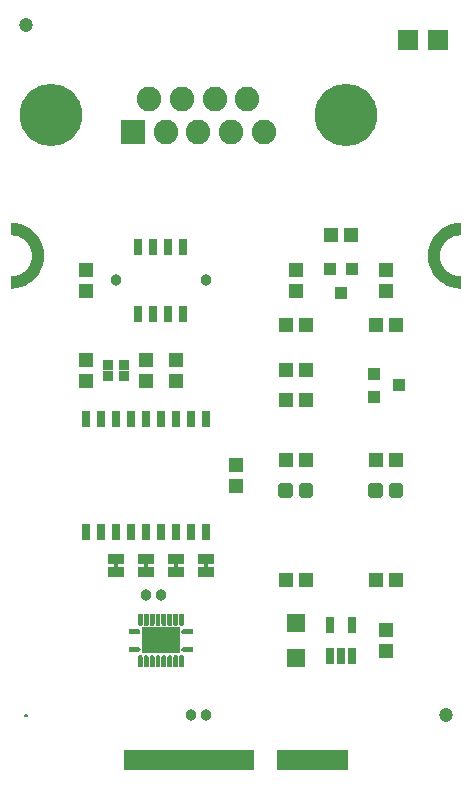
<source format=gts>
G04 EAGLE Gerber RS-274X export*
G75*
%MOMM*%
%FSLAX34Y34*%
%LPD*%
%INSoldermask Top*%
%IPPOS*%
%AMOC8*
5,1,8,0,0,1.08239X$1,22.5*%
G01*
%ADD10R,1.003200X1.103200*%
%ADD11R,0.553200X1.653200*%
%ADD12C,0.812800*%
%ADD13R,1.503200X1.503200*%
%ADD14R,0.753200X1.403200*%
%ADD15R,2.082800X2.082800*%
%ADD16C,2.082800*%
%ADD17C,5.283200*%
%ADD18R,1.727200X1.727200*%
%ADD19R,3.253200X2.253200*%
%ADD20R,0.803200X1.403200*%
%ADD21R,1.203200X1.303200*%
%ADD22R,1.303200X1.203200*%
%ADD23R,0.953200X0.903200*%
%ADD24R,1.473200X0.863600*%
%ADD25C,0.965200*%
%ADD26C,0.505344*%
%ADD27R,1.103200X1.003200*%
%ADD28C,1.203200*%
%ADD29C,0.152400*%

G36*
X4431Y412531D02*
X4431Y412531D01*
X4441Y412535D01*
X4467Y412536D01*
X8301Y413370D01*
X8309Y413375D01*
X8335Y413380D01*
X12011Y414752D01*
X12019Y414757D01*
X12043Y414766D01*
X15487Y416647D01*
X15494Y416654D01*
X15517Y416666D01*
X18658Y419017D01*
X18664Y419025D01*
X18685Y419041D01*
X21459Y421815D01*
X21464Y421824D01*
X21483Y421842D01*
X23834Y424983D01*
X23837Y424992D01*
X23853Y425013D01*
X25734Y428457D01*
X25736Y428466D01*
X25748Y428489D01*
X27120Y432165D01*
X27120Y432175D01*
X27130Y432199D01*
X27964Y436033D01*
X27963Y436043D01*
X27969Y436069D01*
X28249Y439982D01*
X28247Y439992D01*
X28249Y440018D01*
X27969Y443931D01*
X27967Y443936D01*
X27968Y443939D01*
X27965Y443945D01*
X27964Y443967D01*
X27130Y447801D01*
X27125Y447809D01*
X27120Y447835D01*
X25748Y451511D01*
X25743Y451519D01*
X25734Y451543D01*
X23853Y454987D01*
X23846Y454994D01*
X23834Y455017D01*
X21483Y458158D01*
X21475Y458164D01*
X21459Y458185D01*
X18685Y460959D01*
X18676Y460964D01*
X18658Y460983D01*
X15517Y463334D01*
X15508Y463337D01*
X15487Y463353D01*
X12043Y465234D01*
X12034Y465236D01*
X12011Y465248D01*
X8335Y466620D01*
X8325Y466620D01*
X8301Y466630D01*
X4467Y467464D01*
X4457Y467463D01*
X4431Y467469D01*
X518Y467749D01*
X492Y467743D01*
X467Y467747D01*
X425Y467729D01*
X381Y467719D01*
X363Y467701D01*
X339Y467690D01*
X314Y467652D01*
X282Y467621D01*
X276Y467595D01*
X262Y467574D01*
X251Y467500D01*
X251Y457500D01*
X253Y457493D01*
X251Y457486D01*
X272Y457427D01*
X290Y457366D01*
X295Y457361D01*
X298Y457354D01*
X348Y457316D01*
X395Y457274D01*
X402Y457273D01*
X408Y457268D01*
X480Y457252D01*
X3198Y457038D01*
X5831Y456406D01*
X8331Y455370D01*
X10639Y453956D01*
X12698Y452198D01*
X14456Y450139D01*
X15870Y447831D01*
X16906Y445331D01*
X17538Y442698D01*
X17750Y440000D01*
X17538Y437302D01*
X16906Y434669D01*
X15870Y432169D01*
X14456Y429861D01*
X12698Y427802D01*
X10639Y426044D01*
X8331Y424630D01*
X5831Y423594D01*
X3198Y422962D01*
X480Y422748D01*
X474Y422746D01*
X467Y422747D01*
X409Y422721D01*
X350Y422699D01*
X345Y422693D01*
X339Y422690D01*
X304Y422637D01*
X266Y422587D01*
X266Y422580D01*
X262Y422574D01*
X251Y422500D01*
X251Y412500D01*
X258Y412475D01*
X256Y412449D01*
X277Y412409D01*
X290Y412366D01*
X310Y412349D01*
X322Y412326D01*
X361Y412304D01*
X395Y412274D01*
X421Y412270D01*
X444Y412257D01*
X518Y412251D01*
X4431Y412531D01*
G37*
G36*
X380508Y412257D02*
X380508Y412257D01*
X380533Y412253D01*
X380575Y412271D01*
X380619Y412281D01*
X380637Y412299D01*
X380661Y412310D01*
X380686Y412348D01*
X380718Y412379D01*
X380724Y412405D01*
X380738Y412427D01*
X380749Y412500D01*
X380749Y422500D01*
X380747Y422507D01*
X380749Y422514D01*
X380728Y422573D01*
X380710Y422634D01*
X380705Y422639D01*
X380702Y422646D01*
X380652Y422685D01*
X380605Y422726D01*
X380598Y422727D01*
X380592Y422732D01*
X380520Y422748D01*
X377802Y422962D01*
X375169Y423594D01*
X372669Y424630D01*
X370361Y426044D01*
X368302Y427802D01*
X366544Y429861D01*
X365130Y432169D01*
X364094Y434669D01*
X363462Y437302D01*
X363250Y440000D01*
X363462Y442698D01*
X364094Y445331D01*
X365130Y447831D01*
X366544Y450139D01*
X368302Y452198D01*
X370361Y453956D01*
X372669Y455370D01*
X375169Y456406D01*
X377802Y457038D01*
X380520Y457252D01*
X380526Y457254D01*
X380533Y457253D01*
X380591Y457279D01*
X380650Y457301D01*
X380655Y457307D01*
X380661Y457310D01*
X380696Y457363D01*
X380734Y457413D01*
X380734Y457421D01*
X380738Y457427D01*
X380749Y457500D01*
X380749Y467500D01*
X380742Y467525D01*
X380744Y467551D01*
X380723Y467591D01*
X380710Y467634D01*
X380690Y467651D01*
X380678Y467674D01*
X380639Y467696D01*
X380605Y467726D01*
X380579Y467730D01*
X380556Y467743D01*
X380482Y467749D01*
X376569Y467469D01*
X376559Y467465D01*
X376533Y467464D01*
X372699Y466630D01*
X372691Y466625D01*
X372665Y466620D01*
X368989Y465248D01*
X368981Y465243D01*
X368957Y465234D01*
X365513Y463353D01*
X365506Y463346D01*
X365483Y463334D01*
X362342Y460983D01*
X362336Y460975D01*
X362315Y460959D01*
X359541Y458185D01*
X359536Y458176D01*
X359517Y458158D01*
X357166Y455017D01*
X357163Y455008D01*
X357147Y454987D01*
X355266Y451543D01*
X355264Y451534D01*
X355252Y451511D01*
X353880Y447835D01*
X353880Y447825D01*
X353870Y447801D01*
X353036Y443967D01*
X353037Y443957D01*
X353031Y443931D01*
X352751Y440018D01*
X352753Y440008D01*
X352751Y439982D01*
X353031Y436069D01*
X353035Y436059D01*
X353036Y436033D01*
X353870Y432199D01*
X353875Y432191D01*
X353880Y432165D01*
X355252Y428489D01*
X355257Y428481D01*
X355266Y428457D01*
X357147Y425013D01*
X357154Y425006D01*
X357166Y424983D01*
X359517Y421842D01*
X359525Y421836D01*
X359541Y421815D01*
X362315Y419041D01*
X362324Y419036D01*
X362342Y419017D01*
X365483Y416666D01*
X365492Y416663D01*
X365513Y416647D01*
X368957Y414766D01*
X368966Y414764D01*
X368989Y414752D01*
X372665Y413380D01*
X372675Y413380D01*
X372699Y413370D01*
X376533Y412536D01*
X376543Y412537D01*
X376569Y412531D01*
X380482Y412251D01*
X380508Y412257D01*
G37*
G36*
X110044Y126665D02*
X110044Y126665D01*
X110051Y126672D01*
X110056Y126669D01*
X110559Y126870D01*
X110564Y126878D01*
X110570Y126876D01*
X111004Y127201D01*
X111007Y127210D01*
X111013Y127210D01*
X111348Y127635D01*
X111348Y127645D01*
X111355Y127646D01*
X111568Y128144D01*
X111566Y128154D01*
X111572Y128157D01*
X111649Y128693D01*
X111646Y128698D01*
X111649Y128700D01*
X111599Y136450D01*
X111563Y136498D01*
X111556Y136492D01*
X111550Y136499D01*
X107400Y136499D01*
X107353Y136463D01*
X107358Y136456D01*
X107351Y136450D01*
X107351Y128700D01*
X107354Y128696D01*
X107351Y128693D01*
X107428Y128157D01*
X107435Y128150D01*
X107432Y128144D01*
X107645Y127646D01*
X107653Y127642D01*
X107652Y127635D01*
X107987Y127210D01*
X107996Y127207D01*
X107996Y127201D01*
X108430Y126876D01*
X108439Y126876D01*
X108441Y126870D01*
X108944Y126669D01*
X108953Y126671D01*
X108956Y126665D01*
X109494Y126601D01*
X109502Y126605D01*
X109506Y126601D01*
X110044Y126665D01*
G37*
G36*
X114502Y126606D02*
X114502Y126606D01*
X114506Y126601D01*
X115037Y126671D01*
X115044Y126678D01*
X115049Y126674D01*
X115544Y126879D01*
X115549Y126887D01*
X115555Y126886D01*
X115980Y127211D01*
X115982Y127221D01*
X115989Y127220D01*
X116314Y127645D01*
X116314Y127655D01*
X116321Y127656D01*
X116526Y128151D01*
X116523Y128160D01*
X116525Y128160D01*
X116529Y128163D01*
X116599Y128694D01*
X116596Y128698D01*
X116599Y128700D01*
X116599Y136450D01*
X116563Y136497D01*
X116556Y136492D01*
X116550Y136499D01*
X112450Y136499D01*
X112403Y136463D01*
X112408Y136456D01*
X112401Y136450D01*
X112351Y128700D01*
X112354Y128696D01*
X112351Y128693D01*
X112428Y128157D01*
X112435Y128150D01*
X112432Y128144D01*
X112645Y127646D01*
X112653Y127642D01*
X112652Y127635D01*
X112987Y127210D01*
X112996Y127207D01*
X112996Y127201D01*
X113430Y126876D01*
X113439Y126876D01*
X113441Y126870D01*
X113944Y126669D01*
X113953Y126671D01*
X113956Y126665D01*
X114494Y126601D01*
X114502Y126606D01*
G37*
G36*
X121597Y92137D02*
X121597Y92137D01*
X121592Y92144D01*
X121599Y92150D01*
X121599Y99950D01*
X121596Y99954D01*
X121599Y99957D01*
X121523Y100480D01*
X121517Y100487D01*
X121520Y100493D01*
X121311Y100979D01*
X121303Y100983D01*
X121305Y100990D01*
X120978Y101405D01*
X120969Y101407D01*
X120969Y101414D01*
X120545Y101731D01*
X120536Y101731D01*
X120534Y101737D01*
X120043Y101933D01*
X120034Y101931D01*
X120031Y101936D01*
X119506Y101999D01*
X119498Y101994D01*
X119494Y101999D01*
X118963Y101929D01*
X118956Y101922D01*
X118951Y101926D01*
X118456Y101721D01*
X118451Y101713D01*
X118445Y101714D01*
X118020Y101389D01*
X118018Y101380D01*
X118011Y101380D01*
X117686Y100955D01*
X117686Y100946D01*
X117679Y100944D01*
X117474Y100449D01*
X117477Y100441D01*
X117472Y100437D01*
X117471Y100437D01*
X117401Y99906D01*
X117404Y99902D01*
X117401Y99900D01*
X117401Y92150D01*
X117437Y92103D01*
X117444Y92108D01*
X117450Y92101D01*
X121550Y92101D01*
X121597Y92137D01*
G37*
G36*
X116597Y92137D02*
X116597Y92137D01*
X116592Y92144D01*
X116599Y92150D01*
X116599Y99900D01*
X116596Y99904D01*
X116599Y99906D01*
X116529Y100437D01*
X116522Y100444D01*
X116526Y100449D01*
X116321Y100944D01*
X116313Y100949D01*
X116314Y100955D01*
X115989Y101380D01*
X115980Y101382D01*
X115980Y101389D01*
X115555Y101714D01*
X115546Y101714D01*
X115544Y101721D01*
X115049Y101926D01*
X115040Y101923D01*
X115037Y101929D01*
X114506Y101999D01*
X114498Y101994D01*
X114494Y101999D01*
X113963Y101929D01*
X113956Y101922D01*
X113951Y101926D01*
X113456Y101721D01*
X113451Y101713D01*
X113445Y101714D01*
X113020Y101389D01*
X113018Y101380D01*
X113011Y101380D01*
X112686Y100955D01*
X112686Y100946D01*
X112679Y100944D01*
X112474Y100449D01*
X112477Y100441D01*
X112472Y100437D01*
X112471Y100437D01*
X112401Y99906D01*
X112404Y99902D01*
X112401Y99900D01*
X112401Y92150D01*
X112437Y92103D01*
X112444Y92108D01*
X112450Y92101D01*
X116550Y92101D01*
X116597Y92137D01*
G37*
G36*
X126597Y92137D02*
X126597Y92137D01*
X126592Y92144D01*
X126599Y92150D01*
X126599Y99900D01*
X126596Y99904D01*
X126599Y99906D01*
X126529Y100437D01*
X126522Y100444D01*
X126526Y100449D01*
X126321Y100944D01*
X126313Y100949D01*
X126314Y100955D01*
X125989Y101380D01*
X125980Y101382D01*
X125980Y101389D01*
X125555Y101714D01*
X125546Y101714D01*
X125544Y101721D01*
X125049Y101926D01*
X125040Y101923D01*
X125037Y101929D01*
X124506Y101999D01*
X124498Y101994D01*
X124494Y101999D01*
X123963Y101929D01*
X123956Y101922D01*
X123951Y101926D01*
X123456Y101721D01*
X123451Y101713D01*
X123445Y101714D01*
X123020Y101389D01*
X123018Y101380D01*
X123011Y101380D01*
X122686Y100955D01*
X122686Y100946D01*
X122679Y100944D01*
X122474Y100449D01*
X122477Y100441D01*
X122472Y100437D01*
X122471Y100437D01*
X122401Y99906D01*
X122404Y99902D01*
X122401Y99900D01*
X122401Y92150D01*
X122437Y92103D01*
X122444Y92108D01*
X122450Y92101D01*
X126550Y92101D01*
X126597Y92137D01*
G37*
G36*
X131597Y92137D02*
X131597Y92137D01*
X131592Y92144D01*
X131599Y92150D01*
X131599Y99900D01*
X131596Y99904D01*
X131599Y99906D01*
X131529Y100437D01*
X131522Y100444D01*
X131526Y100449D01*
X131321Y100944D01*
X131313Y100949D01*
X131314Y100955D01*
X130989Y101380D01*
X130980Y101382D01*
X130980Y101389D01*
X130555Y101714D01*
X130546Y101714D01*
X130544Y101721D01*
X130049Y101926D01*
X130040Y101923D01*
X130037Y101929D01*
X129506Y101999D01*
X129498Y101994D01*
X129494Y101999D01*
X128963Y101929D01*
X128956Y101922D01*
X128951Y101926D01*
X128456Y101721D01*
X128451Y101713D01*
X128445Y101714D01*
X128020Y101389D01*
X128018Y101380D01*
X128011Y101380D01*
X127686Y100955D01*
X127686Y100946D01*
X127679Y100944D01*
X127474Y100449D01*
X127477Y100441D01*
X127472Y100437D01*
X127471Y100437D01*
X127401Y99906D01*
X127404Y99902D01*
X127401Y99900D01*
X127401Y92150D01*
X127437Y92103D01*
X127444Y92108D01*
X127450Y92101D01*
X131550Y92101D01*
X131597Y92137D01*
G37*
G36*
X136597Y92137D02*
X136597Y92137D01*
X136592Y92144D01*
X136599Y92150D01*
X136599Y99900D01*
X136596Y99904D01*
X136599Y99906D01*
X136529Y100437D01*
X136522Y100444D01*
X136526Y100449D01*
X136321Y100944D01*
X136313Y100949D01*
X136314Y100955D01*
X135989Y101380D01*
X135980Y101382D01*
X135980Y101389D01*
X135555Y101714D01*
X135546Y101714D01*
X135544Y101721D01*
X135049Y101926D01*
X135040Y101923D01*
X135037Y101929D01*
X134506Y101999D01*
X134498Y101994D01*
X134494Y101999D01*
X133963Y101929D01*
X133956Y101922D01*
X133951Y101926D01*
X133456Y101721D01*
X133451Y101713D01*
X133445Y101714D01*
X133020Y101389D01*
X133018Y101380D01*
X133011Y101380D01*
X132686Y100955D01*
X132686Y100946D01*
X132679Y100944D01*
X132474Y100449D01*
X132477Y100441D01*
X132472Y100437D01*
X132471Y100437D01*
X132401Y99906D01*
X132404Y99902D01*
X132401Y99900D01*
X132401Y92150D01*
X132437Y92103D01*
X132444Y92108D01*
X132450Y92101D01*
X136550Y92101D01*
X136597Y92137D01*
G37*
G36*
X146597Y92137D02*
X146597Y92137D01*
X146592Y92144D01*
X146599Y92150D01*
X146599Y99900D01*
X146596Y99904D01*
X146599Y99906D01*
X146529Y100437D01*
X146522Y100444D01*
X146526Y100449D01*
X146321Y100944D01*
X146313Y100949D01*
X146314Y100955D01*
X145989Y101380D01*
X145980Y101382D01*
X145980Y101389D01*
X145555Y101714D01*
X145546Y101714D01*
X145544Y101721D01*
X145049Y101926D01*
X145040Y101923D01*
X145037Y101929D01*
X144506Y101999D01*
X144498Y101994D01*
X144494Y101999D01*
X143963Y101929D01*
X143956Y101922D01*
X143951Y101926D01*
X143456Y101721D01*
X143451Y101713D01*
X143445Y101714D01*
X143020Y101389D01*
X143018Y101380D01*
X143011Y101380D01*
X142686Y100955D01*
X142686Y100946D01*
X142679Y100944D01*
X142474Y100449D01*
X142477Y100441D01*
X142472Y100437D01*
X142471Y100437D01*
X142401Y99906D01*
X142404Y99902D01*
X142401Y99900D01*
X142401Y92150D01*
X142437Y92103D01*
X142444Y92108D01*
X142450Y92101D01*
X146550Y92101D01*
X146597Y92137D01*
G37*
G36*
X141597Y92137D02*
X141597Y92137D01*
X141592Y92144D01*
X141599Y92150D01*
X141599Y99900D01*
X141596Y99904D01*
X141599Y99906D01*
X141529Y100437D01*
X141522Y100444D01*
X141526Y100449D01*
X141321Y100944D01*
X141313Y100949D01*
X141314Y100955D01*
X140989Y101380D01*
X140980Y101382D01*
X140980Y101389D01*
X140555Y101714D01*
X140546Y101714D01*
X140544Y101721D01*
X140049Y101926D01*
X140040Y101923D01*
X140037Y101929D01*
X139506Y101999D01*
X139498Y101994D01*
X139494Y101999D01*
X138963Y101929D01*
X138956Y101922D01*
X138951Y101926D01*
X138456Y101721D01*
X138451Y101713D01*
X138445Y101714D01*
X138020Y101389D01*
X138018Y101380D01*
X138011Y101380D01*
X137686Y100955D01*
X137686Y100946D01*
X137679Y100944D01*
X137474Y100449D01*
X137477Y100441D01*
X137472Y100437D01*
X137471Y100437D01*
X137401Y99906D01*
X137404Y99902D01*
X137401Y99900D01*
X137401Y92150D01*
X137437Y92103D01*
X137444Y92108D01*
X137450Y92101D01*
X141550Y92101D01*
X141597Y92137D01*
G37*
G36*
X107604Y104704D02*
X107604Y104704D01*
X107606Y104701D01*
X108137Y104771D01*
X108144Y104778D01*
X108149Y104774D01*
X108644Y104979D01*
X108649Y104987D01*
X108655Y104986D01*
X109080Y105311D01*
X109082Y105321D01*
X109089Y105320D01*
X109414Y105745D01*
X109414Y105755D01*
X109421Y105756D01*
X109626Y106251D01*
X109623Y106259D01*
X109625Y106261D01*
X109629Y106263D01*
X109699Y106794D01*
X109694Y106802D01*
X109699Y106806D01*
X109629Y107337D01*
X109622Y107344D01*
X109626Y107349D01*
X109421Y107844D01*
X109413Y107849D01*
X109414Y107855D01*
X109089Y108280D01*
X109080Y108282D01*
X109080Y108289D01*
X108655Y108614D01*
X108646Y108614D01*
X108644Y108621D01*
X108149Y108826D01*
X108140Y108823D01*
X108137Y108829D01*
X107606Y108899D01*
X107602Y108896D01*
X107600Y108899D01*
X99850Y108899D01*
X99803Y108863D01*
X99808Y108856D01*
X99801Y108850D01*
X99801Y104750D01*
X99837Y104703D01*
X99844Y104708D01*
X99850Y104701D01*
X107600Y104701D01*
X107604Y104704D01*
G37*
G36*
X135037Y126671D02*
X135037Y126671D01*
X135044Y126678D01*
X135049Y126674D01*
X135544Y126879D01*
X135549Y126887D01*
X135555Y126886D01*
X135980Y127211D01*
X135982Y127221D01*
X135989Y127220D01*
X136314Y127645D01*
X136314Y127655D01*
X136321Y127656D01*
X136526Y128151D01*
X136523Y128160D01*
X136525Y128160D01*
X136529Y128163D01*
X136599Y128694D01*
X136596Y128698D01*
X136599Y128700D01*
X136599Y136450D01*
X136563Y136497D01*
X136556Y136492D01*
X136550Y136499D01*
X132450Y136499D01*
X132403Y136463D01*
X132408Y136456D01*
X132401Y136450D01*
X132401Y128700D01*
X132404Y128696D01*
X132401Y128694D01*
X132471Y128163D01*
X132478Y128156D01*
X132474Y128151D01*
X132679Y127656D01*
X132687Y127651D01*
X132686Y127645D01*
X133011Y127220D01*
X133021Y127218D01*
X133020Y127211D01*
X133445Y126886D01*
X133455Y126886D01*
X133456Y126879D01*
X133951Y126674D01*
X133960Y126677D01*
X133963Y126671D01*
X134494Y126601D01*
X134502Y126606D01*
X134506Y126601D01*
X135037Y126671D01*
G37*
G36*
X140037Y126671D02*
X140037Y126671D01*
X140044Y126678D01*
X140049Y126674D01*
X140544Y126879D01*
X140549Y126887D01*
X140555Y126886D01*
X140980Y127211D01*
X140982Y127221D01*
X140989Y127220D01*
X141314Y127645D01*
X141314Y127655D01*
X141321Y127656D01*
X141526Y128151D01*
X141523Y128160D01*
X141525Y128160D01*
X141529Y128163D01*
X141599Y128694D01*
X141596Y128698D01*
X141599Y128700D01*
X141599Y136450D01*
X141563Y136497D01*
X141556Y136492D01*
X141550Y136499D01*
X137450Y136499D01*
X137403Y136463D01*
X137408Y136456D01*
X137401Y136450D01*
X137401Y128700D01*
X137404Y128696D01*
X137401Y128694D01*
X137471Y128163D01*
X137478Y128156D01*
X137474Y128151D01*
X137679Y127656D01*
X137687Y127651D01*
X137686Y127645D01*
X138011Y127220D01*
X138021Y127218D01*
X138020Y127211D01*
X138445Y126886D01*
X138455Y126886D01*
X138456Y126879D01*
X138951Y126674D01*
X138960Y126677D01*
X138963Y126671D01*
X139494Y126601D01*
X139502Y126606D01*
X139506Y126601D01*
X140037Y126671D01*
G37*
G36*
X125037Y126671D02*
X125037Y126671D01*
X125044Y126678D01*
X125049Y126674D01*
X125544Y126879D01*
X125549Y126887D01*
X125555Y126886D01*
X125980Y127211D01*
X125982Y127221D01*
X125989Y127220D01*
X126314Y127645D01*
X126314Y127655D01*
X126321Y127656D01*
X126526Y128151D01*
X126523Y128160D01*
X126525Y128160D01*
X126529Y128163D01*
X126599Y128694D01*
X126596Y128698D01*
X126599Y128700D01*
X126599Y136450D01*
X126563Y136497D01*
X126556Y136492D01*
X126550Y136499D01*
X122450Y136499D01*
X122403Y136463D01*
X122408Y136456D01*
X122401Y136450D01*
X122401Y128700D01*
X122404Y128696D01*
X122401Y128694D01*
X122471Y128163D01*
X122478Y128156D01*
X122474Y128151D01*
X122679Y127656D01*
X122687Y127651D01*
X122686Y127645D01*
X123011Y127220D01*
X123021Y127218D01*
X123020Y127211D01*
X123445Y126886D01*
X123455Y126886D01*
X123456Y126879D01*
X123951Y126674D01*
X123960Y126677D01*
X123963Y126671D01*
X124494Y126601D01*
X124502Y126606D01*
X124506Y126601D01*
X125037Y126671D01*
G37*
G36*
X145037Y126671D02*
X145037Y126671D01*
X145044Y126678D01*
X145049Y126674D01*
X145544Y126879D01*
X145549Y126887D01*
X145555Y126886D01*
X145980Y127211D01*
X145982Y127221D01*
X145989Y127220D01*
X146314Y127645D01*
X146314Y127655D01*
X146321Y127656D01*
X146526Y128151D01*
X146523Y128160D01*
X146525Y128160D01*
X146529Y128163D01*
X146599Y128694D01*
X146596Y128698D01*
X146599Y128700D01*
X146599Y136450D01*
X146563Y136497D01*
X146556Y136492D01*
X146550Y136499D01*
X142450Y136499D01*
X142403Y136463D01*
X142408Y136456D01*
X142401Y136450D01*
X142401Y128700D01*
X142404Y128696D01*
X142401Y128694D01*
X142471Y128163D01*
X142478Y128156D01*
X142474Y128151D01*
X142679Y127656D01*
X142687Y127651D01*
X142686Y127645D01*
X143011Y127220D01*
X143021Y127218D01*
X143020Y127211D01*
X143445Y126886D01*
X143455Y126886D01*
X143456Y126879D01*
X143951Y126674D01*
X143960Y126677D01*
X143963Y126671D01*
X144494Y126601D01*
X144502Y126606D01*
X144506Y126601D01*
X145037Y126671D01*
G37*
G36*
X120037Y126671D02*
X120037Y126671D01*
X120044Y126678D01*
X120049Y126674D01*
X120544Y126879D01*
X120549Y126887D01*
X120555Y126886D01*
X120980Y127211D01*
X120982Y127221D01*
X120989Y127220D01*
X121314Y127645D01*
X121314Y127655D01*
X121321Y127656D01*
X121526Y128151D01*
X121523Y128160D01*
X121525Y128160D01*
X121529Y128163D01*
X121599Y128694D01*
X121596Y128698D01*
X121599Y128700D01*
X121599Y136450D01*
X121563Y136497D01*
X121556Y136492D01*
X121550Y136499D01*
X117450Y136499D01*
X117403Y136463D01*
X117408Y136456D01*
X117401Y136450D01*
X117401Y128700D01*
X117404Y128696D01*
X117401Y128694D01*
X117471Y128163D01*
X117478Y128156D01*
X117474Y128151D01*
X117679Y127656D01*
X117687Y127651D01*
X117686Y127645D01*
X118011Y127220D01*
X118021Y127218D01*
X118020Y127211D01*
X118445Y126886D01*
X118455Y126886D01*
X118456Y126879D01*
X118951Y126674D01*
X118960Y126677D01*
X118963Y126671D01*
X119494Y126601D01*
X119502Y126606D01*
X119506Y126601D01*
X120037Y126671D01*
G37*
G36*
X130037Y126671D02*
X130037Y126671D01*
X130044Y126678D01*
X130049Y126674D01*
X130544Y126879D01*
X130549Y126887D01*
X130555Y126886D01*
X130980Y127211D01*
X130982Y127221D01*
X130989Y127220D01*
X131314Y127645D01*
X131314Y127655D01*
X131321Y127656D01*
X131526Y128151D01*
X131523Y128160D01*
X131525Y128160D01*
X131529Y128163D01*
X131599Y128694D01*
X131596Y128698D01*
X131599Y128700D01*
X131599Y136450D01*
X131563Y136497D01*
X131556Y136492D01*
X131550Y136499D01*
X127450Y136499D01*
X127403Y136463D01*
X127408Y136456D01*
X127401Y136450D01*
X127401Y128700D01*
X127404Y128696D01*
X127401Y128694D01*
X127471Y128163D01*
X127478Y128156D01*
X127474Y128151D01*
X127679Y127656D01*
X127687Y127651D01*
X127686Y127645D01*
X128011Y127220D01*
X128021Y127218D01*
X128020Y127211D01*
X128445Y126886D01*
X128455Y126886D01*
X128456Y126879D01*
X128951Y126674D01*
X128960Y126677D01*
X128963Y126671D01*
X129494Y126601D01*
X129502Y126606D01*
X129506Y126601D01*
X130037Y126671D01*
G37*
G36*
X107604Y119704D02*
X107604Y119704D01*
X107606Y119701D01*
X108137Y119771D01*
X108144Y119778D01*
X108149Y119774D01*
X108644Y119979D01*
X108649Y119987D01*
X108655Y119986D01*
X109080Y120311D01*
X109082Y120321D01*
X109089Y120320D01*
X109414Y120745D01*
X109414Y120755D01*
X109421Y120756D01*
X109626Y121251D01*
X109623Y121260D01*
X109625Y121260D01*
X109629Y121263D01*
X109699Y121794D01*
X109694Y121802D01*
X109699Y121806D01*
X109629Y122337D01*
X109622Y122344D01*
X109626Y122349D01*
X109421Y122844D01*
X109413Y122849D01*
X109414Y122855D01*
X109089Y123280D01*
X109080Y123282D01*
X109080Y123289D01*
X108655Y123614D01*
X108646Y123614D01*
X108644Y123621D01*
X108149Y123826D01*
X108140Y123823D01*
X108137Y123829D01*
X107606Y123899D01*
X107602Y123896D01*
X107600Y123899D01*
X99850Y123899D01*
X99803Y123863D01*
X99808Y123856D01*
X99801Y123850D01*
X99801Y119750D01*
X99837Y119703D01*
X99844Y119708D01*
X99850Y119701D01*
X107600Y119701D01*
X107604Y119704D01*
G37*
G36*
X154197Y119737D02*
X154197Y119737D01*
X154192Y119744D01*
X154199Y119750D01*
X154199Y123850D01*
X154163Y123897D01*
X154156Y123892D01*
X154150Y123899D01*
X146400Y123899D01*
X146396Y123896D01*
X146394Y123899D01*
X145863Y123829D01*
X145856Y123822D01*
X145851Y123826D01*
X145356Y123621D01*
X145351Y123613D01*
X145345Y123614D01*
X144920Y123289D01*
X144918Y123280D01*
X144911Y123280D01*
X144586Y122855D01*
X144586Y122846D01*
X144579Y122844D01*
X144374Y122349D01*
X144377Y122340D01*
X144371Y122337D01*
X144301Y121806D01*
X144306Y121798D01*
X144301Y121794D01*
X144371Y121263D01*
X144378Y121256D01*
X144374Y121251D01*
X144579Y120756D01*
X144587Y120751D01*
X144586Y120745D01*
X144911Y120320D01*
X144921Y120318D01*
X144920Y120311D01*
X145345Y119986D01*
X145355Y119986D01*
X145356Y119979D01*
X145851Y119774D01*
X145860Y119777D01*
X145863Y119771D01*
X146394Y119701D01*
X146398Y119704D01*
X146400Y119701D01*
X154150Y119701D01*
X154197Y119737D01*
G37*
G36*
X154197Y104737D02*
X154197Y104737D01*
X154192Y104744D01*
X154199Y104750D01*
X154199Y108850D01*
X154163Y108897D01*
X154156Y108892D01*
X154150Y108899D01*
X146400Y108899D01*
X146396Y108896D01*
X146394Y108899D01*
X145863Y108829D01*
X145856Y108822D01*
X145851Y108826D01*
X145356Y108621D01*
X145351Y108613D01*
X145345Y108614D01*
X144920Y108289D01*
X144918Y108280D01*
X144911Y108280D01*
X144586Y107855D01*
X144586Y107846D01*
X144579Y107844D01*
X144374Y107349D01*
X144377Y107340D01*
X144371Y107337D01*
X144301Y106806D01*
X144306Y106798D01*
X144301Y106794D01*
X144371Y106263D01*
X144378Y106256D01*
X144374Y106251D01*
X144579Y105756D01*
X144587Y105751D01*
X144586Y105745D01*
X144911Y105320D01*
X144921Y105318D01*
X144920Y105311D01*
X145345Y104986D01*
X145355Y104986D01*
X145356Y104979D01*
X145851Y104774D01*
X145860Y104777D01*
X145863Y104771D01*
X146394Y104701D01*
X146398Y104704D01*
X146400Y104701D01*
X154150Y104701D01*
X154197Y104737D01*
G37*
G36*
X111597Y92187D02*
X111597Y92187D01*
X111592Y92194D01*
X111599Y92200D01*
X111599Y99900D01*
X111596Y99904D01*
X111599Y99906D01*
X111529Y100437D01*
X111522Y100444D01*
X111526Y100449D01*
X111321Y100944D01*
X111313Y100949D01*
X111314Y100955D01*
X110989Y101380D01*
X110980Y101382D01*
X110980Y101389D01*
X110555Y101714D01*
X110546Y101714D01*
X110544Y101721D01*
X110049Y101926D01*
X110040Y101923D01*
X110037Y101929D01*
X109506Y101999D01*
X109498Y101994D01*
X109494Y101999D01*
X108963Y101929D01*
X108956Y101922D01*
X108951Y101926D01*
X108456Y101721D01*
X108451Y101713D01*
X108445Y101714D01*
X108020Y101389D01*
X108018Y101380D01*
X108011Y101380D01*
X107686Y100955D01*
X107686Y100946D01*
X107679Y100944D01*
X107474Y100449D01*
X107476Y100442D01*
X107472Y100438D01*
X107471Y100437D01*
X107401Y99906D01*
X107404Y99902D01*
X107401Y99900D01*
X107401Y92200D01*
X107437Y92153D01*
X107444Y92158D01*
X107450Y92151D01*
X111550Y92151D01*
X111597Y92187D01*
G37*
G36*
X115635Y175272D02*
X115635Y175272D01*
X115701Y175274D01*
X115744Y175292D01*
X115791Y175300D01*
X115848Y175334D01*
X115908Y175359D01*
X115943Y175390D01*
X115984Y175415D01*
X116026Y175466D01*
X116074Y175510D01*
X116096Y175552D01*
X116125Y175589D01*
X116146Y175651D01*
X116177Y175710D01*
X116185Y175764D01*
X116197Y175801D01*
X116196Y175841D01*
X116204Y175895D01*
X116204Y179705D01*
X116193Y179770D01*
X116191Y179836D01*
X116173Y179879D01*
X116165Y179926D01*
X116131Y179983D01*
X116106Y180043D01*
X116075Y180078D01*
X116050Y180119D01*
X115999Y180161D01*
X115955Y180209D01*
X115913Y180231D01*
X115876Y180260D01*
X115814Y180281D01*
X115755Y180312D01*
X115701Y180320D01*
X115664Y180332D01*
X115624Y180331D01*
X115570Y180339D01*
X113030Y180339D01*
X112965Y180328D01*
X112899Y180326D01*
X112856Y180308D01*
X112809Y180300D01*
X112752Y180266D01*
X112692Y180241D01*
X112657Y180210D01*
X112616Y180185D01*
X112575Y180134D01*
X112526Y180090D01*
X112504Y180048D01*
X112475Y180011D01*
X112454Y179949D01*
X112423Y179890D01*
X112415Y179836D01*
X112403Y179799D01*
X112403Y179795D01*
X112403Y179794D01*
X112404Y179759D01*
X112396Y179705D01*
X112396Y175895D01*
X112407Y175830D01*
X112409Y175764D01*
X112427Y175721D01*
X112435Y175674D01*
X112469Y175617D01*
X112494Y175557D01*
X112525Y175522D01*
X112550Y175481D01*
X112601Y175440D01*
X112645Y175391D01*
X112687Y175369D01*
X112724Y175340D01*
X112786Y175319D01*
X112845Y175288D01*
X112899Y175280D01*
X112936Y175268D01*
X112976Y175269D01*
X113030Y175261D01*
X115570Y175261D01*
X115635Y175272D01*
G37*
G36*
X166435Y175272D02*
X166435Y175272D01*
X166501Y175274D01*
X166544Y175292D01*
X166591Y175300D01*
X166648Y175334D01*
X166708Y175359D01*
X166743Y175390D01*
X166784Y175415D01*
X166826Y175466D01*
X166874Y175510D01*
X166896Y175552D01*
X166925Y175589D01*
X166946Y175651D01*
X166977Y175710D01*
X166985Y175764D01*
X166997Y175801D01*
X166996Y175841D01*
X167004Y175895D01*
X167004Y179705D01*
X166993Y179770D01*
X166991Y179836D01*
X166973Y179879D01*
X166965Y179926D01*
X166931Y179983D01*
X166906Y180043D01*
X166875Y180078D01*
X166850Y180119D01*
X166799Y180161D01*
X166755Y180209D01*
X166713Y180231D01*
X166676Y180260D01*
X166614Y180281D01*
X166555Y180312D01*
X166501Y180320D01*
X166464Y180332D01*
X166424Y180331D01*
X166370Y180339D01*
X163830Y180339D01*
X163765Y180328D01*
X163699Y180326D01*
X163656Y180308D01*
X163609Y180300D01*
X163552Y180266D01*
X163492Y180241D01*
X163457Y180210D01*
X163416Y180185D01*
X163375Y180134D01*
X163326Y180090D01*
X163304Y180048D01*
X163275Y180011D01*
X163254Y179949D01*
X163223Y179890D01*
X163215Y179836D01*
X163203Y179799D01*
X163203Y179795D01*
X163203Y179794D01*
X163204Y179759D01*
X163196Y179705D01*
X163196Y175895D01*
X163207Y175830D01*
X163209Y175764D01*
X163227Y175721D01*
X163235Y175674D01*
X163269Y175617D01*
X163294Y175557D01*
X163325Y175522D01*
X163350Y175481D01*
X163401Y175440D01*
X163445Y175391D01*
X163487Y175369D01*
X163524Y175340D01*
X163586Y175319D01*
X163645Y175288D01*
X163699Y175280D01*
X163736Y175268D01*
X163776Y175269D01*
X163830Y175261D01*
X166370Y175261D01*
X166435Y175272D01*
G37*
G36*
X141035Y175272D02*
X141035Y175272D01*
X141101Y175274D01*
X141144Y175292D01*
X141191Y175300D01*
X141248Y175334D01*
X141308Y175359D01*
X141343Y175390D01*
X141384Y175415D01*
X141426Y175466D01*
X141474Y175510D01*
X141496Y175552D01*
X141525Y175589D01*
X141546Y175651D01*
X141577Y175710D01*
X141585Y175764D01*
X141597Y175801D01*
X141596Y175841D01*
X141604Y175895D01*
X141604Y179705D01*
X141593Y179770D01*
X141591Y179836D01*
X141573Y179879D01*
X141565Y179926D01*
X141531Y179983D01*
X141506Y180043D01*
X141475Y180078D01*
X141450Y180119D01*
X141399Y180161D01*
X141355Y180209D01*
X141313Y180231D01*
X141276Y180260D01*
X141214Y180281D01*
X141155Y180312D01*
X141101Y180320D01*
X141064Y180332D01*
X141024Y180331D01*
X140970Y180339D01*
X138430Y180339D01*
X138365Y180328D01*
X138299Y180326D01*
X138256Y180308D01*
X138209Y180300D01*
X138152Y180266D01*
X138092Y180241D01*
X138057Y180210D01*
X138016Y180185D01*
X137975Y180134D01*
X137926Y180090D01*
X137904Y180048D01*
X137875Y180011D01*
X137854Y179949D01*
X137823Y179890D01*
X137815Y179836D01*
X137803Y179799D01*
X137803Y179795D01*
X137803Y179794D01*
X137804Y179759D01*
X137796Y179705D01*
X137796Y175895D01*
X137807Y175830D01*
X137809Y175764D01*
X137827Y175721D01*
X137835Y175674D01*
X137869Y175617D01*
X137894Y175557D01*
X137925Y175522D01*
X137950Y175481D01*
X138001Y175440D01*
X138045Y175391D01*
X138087Y175369D01*
X138124Y175340D01*
X138186Y175319D01*
X138245Y175288D01*
X138299Y175280D01*
X138336Y175268D01*
X138376Y175269D01*
X138430Y175261D01*
X140970Y175261D01*
X141035Y175272D01*
G37*
G36*
X90235Y175272D02*
X90235Y175272D01*
X90301Y175274D01*
X90344Y175292D01*
X90391Y175300D01*
X90448Y175334D01*
X90508Y175359D01*
X90543Y175390D01*
X90584Y175415D01*
X90626Y175466D01*
X90674Y175510D01*
X90696Y175552D01*
X90725Y175589D01*
X90746Y175651D01*
X90777Y175710D01*
X90785Y175764D01*
X90797Y175801D01*
X90796Y175841D01*
X90804Y175895D01*
X90804Y179705D01*
X90793Y179770D01*
X90791Y179836D01*
X90773Y179879D01*
X90765Y179926D01*
X90731Y179983D01*
X90706Y180043D01*
X90675Y180078D01*
X90650Y180119D01*
X90599Y180161D01*
X90555Y180209D01*
X90513Y180231D01*
X90476Y180260D01*
X90414Y180281D01*
X90355Y180312D01*
X90301Y180320D01*
X90264Y180332D01*
X90224Y180331D01*
X90170Y180339D01*
X87630Y180339D01*
X87565Y180328D01*
X87499Y180326D01*
X87456Y180308D01*
X87409Y180300D01*
X87352Y180266D01*
X87292Y180241D01*
X87257Y180210D01*
X87216Y180185D01*
X87175Y180134D01*
X87126Y180090D01*
X87104Y180048D01*
X87075Y180011D01*
X87054Y179949D01*
X87023Y179890D01*
X87015Y179836D01*
X87003Y179799D01*
X87003Y179795D01*
X87003Y179794D01*
X87004Y179759D01*
X86996Y179705D01*
X86996Y175895D01*
X87007Y175830D01*
X87009Y175764D01*
X87027Y175721D01*
X87035Y175674D01*
X87069Y175617D01*
X87094Y175557D01*
X87125Y175522D01*
X87150Y175481D01*
X87201Y175440D01*
X87245Y175391D01*
X87287Y175369D01*
X87324Y175340D01*
X87386Y175319D01*
X87445Y175288D01*
X87499Y175280D01*
X87536Y175268D01*
X87576Y175269D01*
X87630Y175261D01*
X90170Y175261D01*
X90235Y175272D01*
G37*
D10*
X288900Y429100D03*
X269900Y429100D03*
X279400Y408100D03*
D11*
X283000Y12750D03*
X278000Y12750D03*
X273000Y12750D03*
X268000Y12750D03*
X263000Y12750D03*
X258000Y12750D03*
X253000Y12750D03*
X248000Y12750D03*
X243000Y12750D03*
X238000Y12750D03*
X233000Y12750D03*
X228000Y12750D03*
X203000Y12750D03*
X198000Y12750D03*
X193000Y12750D03*
X188000Y12750D03*
X183000Y12750D03*
X178000Y12750D03*
X173000Y12750D03*
X168000Y12750D03*
X163000Y12750D03*
X158000Y12750D03*
X153000Y12750D03*
X148000Y12750D03*
X143000Y12750D03*
X138000Y12750D03*
X133000Y12750D03*
X128000Y12750D03*
X123000Y12750D03*
X118000Y12750D03*
X113000Y12750D03*
X108000Y12750D03*
X103000Y12750D03*
X98000Y12750D03*
D12*
X370500Y461000D03*
X370500Y419000D03*
X357500Y440000D03*
X10500Y419000D03*
X10500Y461000D03*
X23500Y440000D03*
D13*
X241300Y129300D03*
X241300Y99300D03*
D14*
X269900Y101299D03*
X279400Y101299D03*
X288900Y101299D03*
X288900Y127301D03*
X269900Y127301D03*
D15*
X103350Y544600D03*
D16*
X131050Y544600D03*
X158750Y544600D03*
X186450Y544600D03*
X214150Y544600D03*
X117250Y573000D03*
X144950Y573000D03*
X172550Y573000D03*
X200250Y573000D03*
D17*
X33750Y558800D03*
X283750Y558800D03*
D18*
X336550Y622300D03*
X361950Y622300D03*
D19*
X127000Y114300D03*
D20*
X165100Y301879D03*
X152400Y301879D03*
X139700Y301879D03*
X127000Y301879D03*
X114300Y301879D03*
X101600Y301879D03*
X88900Y301879D03*
X76200Y301879D03*
X63500Y301879D03*
X63500Y206121D03*
X76200Y206121D03*
X88900Y206121D03*
X101600Y206121D03*
X114300Y206121D03*
X127000Y206121D03*
X139700Y206121D03*
X152400Y206121D03*
X165100Y206121D03*
X107950Y391100D03*
X120650Y391100D03*
X133350Y391100D03*
X146050Y391100D03*
X146050Y447100D03*
X133350Y447100D03*
X120650Y447100D03*
X107950Y447100D03*
D21*
X63500Y410600D03*
X63500Y427600D03*
X317500Y427600D03*
X317500Y410600D03*
X241300Y427600D03*
X241300Y410600D03*
D22*
X326000Y381000D03*
X309000Y381000D03*
X232800Y381000D03*
X249800Y381000D03*
D21*
X190500Y245500D03*
X190500Y262500D03*
X139700Y351400D03*
X139700Y334400D03*
X317500Y105800D03*
X317500Y122800D03*
D22*
X249800Y165100D03*
X232800Y165100D03*
D23*
X95650Y337900D03*
X82150Y337900D03*
X82150Y347900D03*
X95650Y347900D03*
D21*
X63500Y351400D03*
X63500Y334400D03*
X114300Y334400D03*
X114300Y351400D03*
D24*
X88900Y172593D03*
X88900Y183007D03*
X114300Y172593D03*
X114300Y183007D03*
X139700Y172593D03*
X139700Y183007D03*
X165100Y183007D03*
X165100Y172593D03*
D25*
X152400Y50800D03*
X165100Y50800D03*
X127000Y152400D03*
X114300Y152400D03*
X165100Y419100D03*
X88900Y419100D03*
D26*
X312220Y244790D02*
X312220Y237810D01*
X305240Y237810D01*
X305240Y244790D01*
X312220Y244790D01*
X312220Y242610D02*
X305240Y242610D01*
X329760Y244790D02*
X329760Y237810D01*
X322780Y237810D01*
X322780Y244790D01*
X329760Y244790D01*
X329760Y242610D02*
X322780Y242610D01*
D22*
X326000Y165100D03*
X309000Y165100D03*
X287900Y457200D03*
X270900Y457200D03*
D27*
X307500Y339700D03*
X307500Y320700D03*
X328500Y330200D03*
D22*
X232800Y317500D03*
X249800Y317500D03*
X232800Y342900D03*
X249800Y342900D03*
X309000Y266700D03*
X326000Y266700D03*
D26*
X236020Y244790D02*
X236020Y237810D01*
X229040Y237810D01*
X229040Y244790D01*
X236020Y244790D01*
X236020Y242610D02*
X229040Y242610D01*
X253560Y244790D02*
X253560Y237810D01*
X246580Y237810D01*
X246580Y244790D01*
X253560Y244790D01*
X253560Y242610D02*
X246580Y242610D01*
D22*
X232800Y266700D03*
X249800Y266700D03*
D28*
X12700Y635000D03*
X368300Y50800D03*
D29*
X12100Y50800D02*
X12102Y50849D01*
X12108Y50897D01*
X12118Y50945D01*
X12132Y50992D01*
X12149Y51038D01*
X12170Y51082D01*
X12195Y51124D01*
X12223Y51164D01*
X12255Y51202D01*
X12289Y51237D01*
X12326Y51269D01*
X12365Y51298D01*
X12407Y51324D01*
X12451Y51346D01*
X12496Y51364D01*
X12543Y51379D01*
X12590Y51390D01*
X12639Y51397D01*
X12688Y51400D01*
X12737Y51399D01*
X12785Y51394D01*
X12834Y51385D01*
X12881Y51372D01*
X12927Y51355D01*
X12971Y51335D01*
X13014Y51311D01*
X13055Y51284D01*
X13093Y51253D01*
X13129Y51220D01*
X13161Y51184D01*
X13191Y51145D01*
X13218Y51104D01*
X13241Y51060D01*
X13260Y51015D01*
X13276Y50969D01*
X13288Y50922D01*
X13296Y50873D01*
X13300Y50824D01*
X13300Y50776D01*
X13296Y50727D01*
X13288Y50678D01*
X13276Y50631D01*
X13260Y50585D01*
X13241Y50540D01*
X13218Y50496D01*
X13191Y50455D01*
X13161Y50416D01*
X13129Y50380D01*
X13093Y50347D01*
X13055Y50316D01*
X13014Y50289D01*
X12971Y50265D01*
X12927Y50245D01*
X12881Y50228D01*
X12834Y50215D01*
X12785Y50206D01*
X12737Y50201D01*
X12688Y50200D01*
X12639Y50203D01*
X12590Y50210D01*
X12543Y50221D01*
X12496Y50236D01*
X12451Y50254D01*
X12407Y50276D01*
X12365Y50302D01*
X12326Y50331D01*
X12289Y50363D01*
X12255Y50398D01*
X12223Y50436D01*
X12195Y50476D01*
X12170Y50518D01*
X12149Y50562D01*
X12132Y50608D01*
X12118Y50655D01*
X12108Y50703D01*
X12102Y50751D01*
X12100Y50800D01*
M02*

</source>
